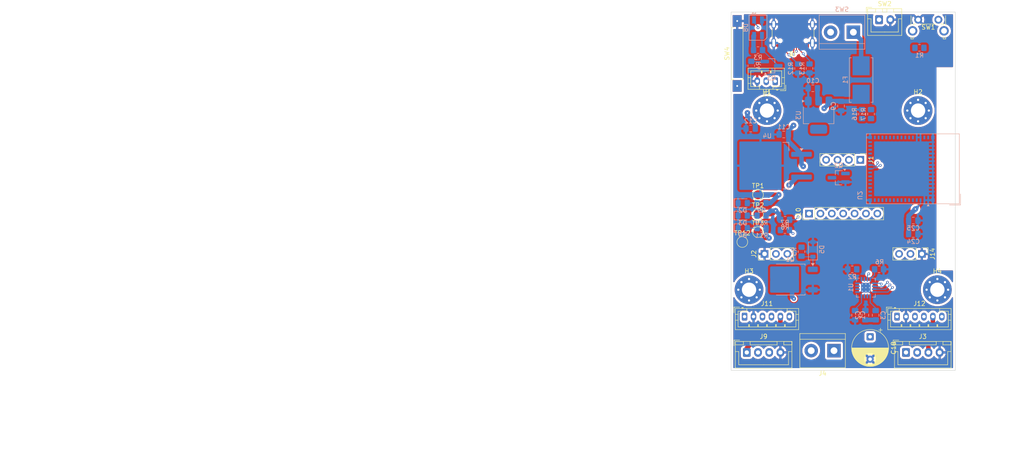
<source format=kicad_pcb>
(kicad_pcb (version 20241229) (generator "pcbnew") (generator_version "9.0")
  (layers (0 "F.Cu" signal) (4 "In1.Cu" signal) (6 "In2.Cu" signal) (2 "B.Cu" signal) (13 "F.Paste" user) (15 "B.Paste" user) (5 "F.SilkS" user "F.Silkscreen") (7 "B.SilkS" user "B.Silkscreen") (1 "F.Mask" user) (3 "B.Mask" user) (25 "Edge.Cuts" user))
  (net 0 "")
  (net 1 "I2C_scl")
  (net 2 "Net-(J1-Pin_1)")
  (net 3 "+3.3V")
  (net 4 "I2C_sda")
  (net 5 "EN_SCREEN")
  (net 6 "GND")
  (net 7 "tft_scl")
  (net 8 "Net-(D8-DOUT)")
  (net 9 "Net-(D8-DIN)")
  (net 10 "tft_dc")
  (net 11 "tft_cs")
  (net 12 "NEOPIXEL")
  (net 13 "tft_rst")
  (net 14 "sw_team")
  (net 15 "sw_tirette")
  (net 16 "motor_enable")
  (net 17 "motor_a+")
  (net 18 "motor_a-")
  (net 19 "motor_b-")
  (net 20 "SERVO1")
  (net 21 "+5V")
  (net 22 "RX_lidar")
  (net 23 "TX_lidar")
  (net 24 "SERVO2")
  (net 25 "+BATT")
  (net 26 "Net-(D2-A)")
  (net 27 "Net-(D3-A)")
  (net 28 "Net-(D4-A)")
  (net 29 "Net-(D5-K)")
  (net 30 "Net-(SW3-A)")
  (net 31 "Net-(J4-Pin_1)")
  (net 32 "Net-(J4-Pin_2)")
  (net 33 "LEVEL_BATTERY")
  (net 35 "Net-(U2-EN)")
  (net 42 "motor_b+")
  (net 44 "motor_a_sense")
  (net 74 "motor_b_sense")
  (net 75 "motor_fault")
  (net 76 "Net-(U1-VCP)")
  (net 77 "Net-(U1-VINT)")
  (net 78 "usb_d-")
  (net 79 "usb_d+")
  (net 80 "Net-(J8-VBUS-PadA4)")
  (net 81 "Net-(J11-Pin_1)")
  (net 82 "Net-(J11-Pin_6)")
  (net 83 "motor_enc_a-")
  (net 84 "motor_enc_a+")
  (net 85 "motor_enc_b-")
  (net 86 "Net-(J12-Pin_6)")
  (net 87 "motor_enc_b+")
  (net 88 "Net-(J12-Pin_1)")
  (net 89 "Net-(J8-CC2)")
  (net 90 "Net-(J8-CC1)")
  (footprint "MountingHole:MountingHole_3.2mm_M3_Pad_Via" (layer "F.Cu") (at 229.697056 48)
    (property "Reference" "H2")
    (property "Value" "MountingHole")
  )
  (footprint "TestPoint:TestPoint_Pad_D2.0mm" (layer "F.Cu") (at 194 66.796)
    (property "Reference" "TP1")
    (property "Value" "TestPoint")
  )
  (footprint "Connector_JST:JST_XH_B4B-XH-A_1x04_P2.50mm_Vertical" (layer "F.Cu") (at 191.5 102)
    (property "Reference" "J9")
    (property "Value" "Conn_01x04_Pin")
  )
  (footprint "Connector_JST:JST_PH_B3B-PH-K_1x03_P2.00mm_Vertical" (layer "F.Cu") (at 197.834 41.444 180)
    (property "Reference" "J7")
    (property "Value" "Conn_01x03_Pin")
  )
  (footprint "TerminalBlock:TerminalBlock_bornier-2_P5.08mm" (layer "F.Cu") (at 210.947 101.6 180)
    (property "Reference" "J4")
    (property "Value" "Conn_01x02_Pin")
  )
  (footprint "MountingHole:MountingHole_3.2mm_M3_Pad_Via" (layer "F.Cu") (at 234 88)
    (property "Reference" "H4")
    (property "Value" "MountingHole")
  )
  (footprint "Connector_JST:JST_PH_B6B-PH-K_1x06_P2.00mm_Vertical" (layer "F.Cu") (at 225 94)
    (property "Reference" "J12")
    (property "Value" "Conn_01x06")
  )
  (footprint "Connector_JST:JST_XH_B2B-XH-A_1x02_P2.50mm_Vertical" (layer "F.Cu") (at 221 27.7125)
    (property "Reference" "SW2")
    (property "Value" "SW_DIP_x01")
  )
  (footprint "Button_Switch_THT:SW_Tactile_SPST_Angled_PTS645Vx39-2LFS" (layer "F.Cu") (at 229.725 27.7125)
    (property "Reference" "SW1")
    (property "Value" "SW_Push")
  )
  (footprint "TestPoint:TestPoint_Pad_D2.0mm" (layer "F.Cu") (at 194 75.12)
    (property "Reference" "TP3")
    (property "Value" "TestPoint")
  )
  (footprint "Connector_PinHeader_2.54mm:PinHeader_1x04_P2.54mm_Vertical" (layer "F.Cu") (at 216.81 59 -90)
    (property "Reference" "J1")
    (property "Value" "Conn_01x04_Socket")
  )
  (footprint "Connector_USB:USB_C_Receptacle_GCT_USB4105-xx-A_16P_TopMnt_Horizontal" (layer "F.Cu") (at 201.82 29.8 180)
    (property "Reference" "J8")
    (property "Value" "USB_C_Receptacle_USB2.0_14P")
  )
  (footprint "TestPoint:TestPoint_Pad_D2.0mm" (layer "F.Cu") (at 194 71.12)
    (property "Reference" "TP2")
    (property "Value" "TestPoint")
  )
  (footprint "Connector_PinHeader_2.54mm:PinHeader_1x03_P2.54mm_Vertical" (layer "F.Cu") (at 230.54 80 -90)
    (property "Reference" "J14")
    (property "Value" "Conn_01x03_Pin")
  )
  (footprint "MountingHole:MountingHole_3.2mm_M3_Pad_Via" (layer "F.Cu") (at 196 48)
    (property "Reference" "H1")
    (property "Value" "MountingHole")
  )
  (footprint "Connector_PinHeader_2.54mm:PinHeader_1x07_P2.54mm_Vertical" (layer "F.Cu") (at 205.38 71 90)
    (property "Reference" "J10")
    (property "Value" "Conn_01x07_Socket")
  )
  (footprint "Connector_JST:JST_XH_B4B-XH-A_1x04_P2.50mm_Vertical" (layer "F.Cu") (at 227 102)
    (property "Reference" "J3")
    (property "Value" "Conn_01x04_Pin")
  )
  (footprint "CustomLibrary:SW_REED" (layer "F.Cu") (at 189.357 35.2645 -90)
    (property "Reference" "SW4")
    (property "Value" "SW_Reed")
  )
  (footprint "TestPoint:TestPoint_Pad_D2.0mm" (layer "F.Cu") (at 190.5 77.343)
    (property "Reference" "TP12")
    (property "Value" "TestPoint")
  )
  (footprint "Connector_PinHeader_2.54mm:PinHeader_1x03_P2.54mm_Vertical" (layer "F.Cu") (at 195.46 80 90)
    (property "Reference" "J2")
    (property "Value" "Conn_01x03_Pin")
  )
  (footprint "Capacitor_THT:CP_Radial_D8.0mm_P5.00mm" (layer "F.Cu") (at 219 98.5 -90)
    (property "Reference" "C18")
    (property "Value" "220u")
  )
  (footprint "MountingHole:MountingHole_3.2mm_M3_Pad_Via" (layer "F.Cu") (at 192 88)
    (property "Reference" "H3")
    (property "Value" "MountingHole")
  )
  (footprint "Connector_JST:JST_PH_B6B-PH-K_1x06_P2.00mm_Vertical" (layer "F.Cu") (at 191 94)
    (property "Reference" "J11")
    (property "Value" "Conn_01x06")
  )
  (footprint "Capacitor_SMD:C_0805_2012Metric_Pad1.18x1.45mm_HandSolder" (layer "B.Cu") (at 217.949 93.6875 -90)
    (property "Reference" "C2")
    (property "Value" "10u")
  )
  (footprint "CustomLibrary:SOT-23_Handsoldering_nchannel" (layer "B.Cu") (at 197 38)
    (property "Reference" "Q3")
    (property "Value" "NMOS")
  )
  (footprint "Resistor_SMD:R_0805_2012Metric_Pad1.20x1.40mm_HandSolder" (layer "B.Cu") (at 192.5 38 90)
    (property "Reference" "R4")
    (property "Value" "10k")
  )
  (footprint "Resistor_SMD:R_0805_2012Metric_Pad1.20x1.40mm_HandSolder" (layer "B.Cu") (at 219.202 48.784 -90)
    (property "Reference" "R17")
    (property "Value" "100k")
  )
  (footprint "Package_DFN_QFN:Texas_RTY_WQFN-16-1EP_4x4mm_P0.65mm_EP2.1x2.1mm_ThermalVias" (layer "B.Cu") (at 218.059 87.541 -90)
    (property "Reference" "U1")
    (property "Value" "DRV8833RTY")
  )
  (footprint "Capacitor_SMD:C_0805_2012Metric_Pad1.18x1.45mm_HandSolder" (layer "B.Cu") (at 199.7495 53.34 180)
    (property "Reference" "C11")
    (property "Value" "330n")
  )
  (footprint "Capacitor_SMD:C_0805_2012Metric_Pad1.18x1.45mm_HandSolder" (layer "B.Cu") (at 220.235 93.6875 90)
    (property "Reference" "C3")
    (property "Value" "10n")
  )
  (footprint "Resistor_SMD:R_0805_2012Metric_Pad1.20x1.40mm_HandSolder" (layer "B.Cu") (at 220.996 83.439 180)
    (property "Reference" "R6")
    (property "Value" "0.1")
  )
  (footprint "Capacitor_SMD:C_0805_2012Metric_Pad1.18x1.45mm_HandSolder" (layer "B.Cu") (at 212.518 46.9845 -90)
    (property "Reference" "C9")
    (property "Value" "100n")
  )
  (footprint "Diode_SMD:D_0805_2012Metric_Pad1.15x1.40mm_HandSolder" (layer "B.Cu") (at 190.589 74.24)
    (property "Reference" "D4")
    (property "Value" "LED")
  )
  (footprint "Resistor_SMD:R_0805_2012Metric_Pad1.20x1.40mm_HandSolder" (layer "B.Cu") (at 200.009 74.676 180)
    (property "Reference" "R7")
    (property "Value" "R")
  )
  (footprint "Resistor_SMD:R_0805_2012Metric_Pad1.20x1.40mm_HandSolder" (layer "B.Cu") (at 215.011 83.439)
    (property "Reference" "R2")
    (property "Value" "0.1")
  )
  (footprint "Resistor_SMD:R_0805_2012Metric_Pad1.20x1.40mm_HandSolder" (layer "B.Cu") (at 217.202 48.784 -90)
    (property "Reference" "R16")
    (property "Value" "56k")
  )
  (footprint "CustomLibrary:WSF22N06" (layer "B.Cu") (at 201.182 85.726 180)
    (property "Reference" "Q1")
    (property "Value" "NMOS")
  )
  (footprint "Resistor_SMD:R_0805_2012Metric_Pad1.20x1.40mm_HandSolder" (layer "B.Cu") (at 194 34.5)
    (property "Reference" "R3")
    (property "Value" "10k")
  )
  (footprint "Resistor_SMD:R_0805_2012Metric_Pad1.20x1.40mm_HandSolder" (layer "B.Cu") (at 194.802 74.24)
    (property "Reference" "R11")
    (property "Value" "330")
  )
  (footprint "LED_SMD:LED_SK6812MINI_PLCC4_3.5x3.5mm_P1.75mm" (layer "B.Cu") (at 194 29.5 -90)
    (property "Reference" "D8")
    (property "Value" "SK6812MINI")
  )
  (footprint "Fuse:Fuseholder_Littelfuse_Nano2_154x" (layer "B.Cu") (at 217 41.185 -90)
    (property "Reference" "F1")
    (property "Value" "Fuse")
  )
  (footprint "Resistor_SMD:R_0805_2012Metric_Pad1.20x1.40mm_HandSolder" (layer "B.Cu") (at 230 34)
    (property "Reference" "R1")
    (property "Value" "R")
  )
  (footprint "RF_Module:ESP32-S2-MINI-1" (layer "B.Cu") (at 228.55 61 90)
    (property "Reference" "U2")
    (property "Value" "ESP32-S3-MINI-1")
  )
  (footprint "CustomLibrary:SOT-23_Handsoldering_nchannel" (layer "B.Cu") (at 212 63 180)
    (property "Reference" "Q2")
    (property "Value" "NMOS")
  )
  (footprint "Capacitor_SMD:C_0805_2012Metric_Pad1.18x1.45mm_HandSolder" (layer "B.Cu") (at 192.3625 52.018 180)
    (property "Reference" "C12")
    (property "Value" "100n")
  )
  (footprint "Resistor_SMD:R_0805_2012Metric_Pad1.20x1.40mm_HandSolder" (layer "B.Cu") (at 202.946 38.608 -90)
    (property "Reference" "R12")
    (property "Value" "5.1k")
  )
  (footprint "Capacitor_SMD:C_0805_2012Metric_Pad1.18x1.45mm_HandSolder" (layer "B.Cu") (at 228.6215 75.565)
    (property "Reference" "C24")
    (property "Value" "4.7u")
  )
  (footprint "Package_TO_SOT_SMD:TO-263-2" (layer "B.Cu") (at 196.052 60.306 180)
    (property "Reference" "U4")
    (property "Value" "L7805")
  )
  (footprint "Resistor_SMD:R_0805_2012Metric_Pad1.20x1.40mm_HandSolder" (layer "B.Cu") (at 200.041 72.39)
    (property "Reference" "R8")
    (property "Value" "R")
  )
  (footprint "Capacitor_SMD:C_0805_2012Metric_Pad1.18x1.45mm_HandSolder" (layer "B.Cu") (at 228.6215 72.555)
    (property "Reference" "C25")
    (property "Value" "100n")
  )
  (footprint "Resistor_SMD:R_0805_2012Metric_Pad1.20x1.40mm_HandSolder" (layer "B.Cu") (at 205.486 38.592 -90)
    (property "Reference" "R13")
    (property "Value" "5.1k")
  )
  (footprint "Diode_SMD:D_0805_2012Metric_Pad1.15x1.40mm_HandSolder" (layer "B.Cu") (at 190.589 68.652)
    (property "Reference" "D2")
    (property "Value" "LED")
  )
  (footprint "Resistor_SMD:R_0805_2012Metric_Pad1.20x1.40mm_HandSolder" (layer "B.Cu") (at 194.786 71.446)
    (property "Reference" "R10")
    (property "Value" "150")
  )
  (footprint "Diode_SMD:D_0805_2012Metric_Pad1.15x1.40mm_HandSolder" (layer "B.Cu") (at 190.589 71.446)
    (property "Reference" "D3")
    (property "Value" "LED")
  )
  (footprint "Package_TO_SOT_SMD:SOT-223-3_TabPin2" (layer "B.Cu") (at 207.518 49.022 -90)
    (property "Reference" "U3")
    (property "Value" "LD1117S33TR_SOT223")
  )
  (footprint "Capacitor_SMD:C_0805_2012Metric_Pad1.18x1.45mm_HandSolder" (layer "B.Cu") (at 206.2265 43.022 180)
    (property "Reference" "C10")
    (property "Value" "10u")
  )
  (footprint "Resistor_SMD:R_0805_2012Metric_Pad1.20x1.40mm_HandSolder" (layer "B.Cu") (at 203.708 79.5 -90)
    (property "Reference" "R5")
    (property "Value" "56k")
  )
  (footprint "Resistor_SMD:R_0805_2012Metric_Pad1.20x1.40mm_HandSolder" (layer "B.Cu") (at 194.786 68.652)
    (property "Reference" "R9")
    (property "Value" "470")
  )
  (footprint "TerminalBlock:TerminalBlock_bornier-2_P5.08mm" (layer "B.Cu") (at 215.265 30.5 180)
    (property "Reference" "SW3")
    (property "Value" "SW_Push_Open")
  )
  (footprint "Capacitor_SMD:C_0805_2012Metric_Pad1.18x1.45mm_HandSolder" (layer "B.Cu") (at 215.663 93.6875 90)
    (property "Reference" "C1")
    (property "Value" "2.2u")
  )
  (footprint "Diode_SMD:D_SOD-123" (layer "B.Cu") (at 206.248 79 90)
    (property "Reference" "D5")
    (property "Value" "D_Zener")
  )
  (gr_rect (start 188 26) (end 238 106) (stroke (width 0.1)) (fill no) (layer "Edge.Cuts"))
  (via (at 201.803 75.438) (size 0.6) (drill 0.3) (layers "F.Cu" "B.Cu") (net 1))
  (segment (start 201.041 74.676) (end 201.803 75.438) (width 0.2) (layer "B.Cu") (net 1))
  (segment (start 201.009 74.676) (end 201.041 74.676) (width 0.2) (layer "B.Cu") (net 1))
  (segment (start 191.5 102) (end 191.5 101.025) (width 1) (layer "F.Cu") (net 3))
  (segment (start 194 71.12) (end 197.157 71.12) (width 1) (layer "F.Cu") (net 3))
  (segment (start 233 96.565) (end 232 97.565) (width 1) (layer "F.Cu") (net 3))
  (segment (start 199 95.259) (end 199 94) (width 1) (layer "F.Cu") (net 3))
  (segment (start 197.157 71.12) (end 197.919 70.358) (width 1) (layer "F.Cu") (net 3))
  (segment (start 195.58 98.679) (end 199 95.259) (width 1) (layer "F.Cu") (net 3))
  (segment (start 193.846 98.679) (end 195.58 98.679) (width 1) (layer "F.Cu") (net 3))
  (segment (start 232 97.565) (end 232 102) (width 1) (layer "F.Cu") (net 3))
  (segment (start 191.5 101.025) (end 193.846 98.679) (width 1) (layer "F.Cu") (net 3))
  (segment (start 233 94) (end 233 96.565) (width 1) (layer "F.Cu") (net 3))
  (via (at 229.108 69.977) (size 1.2) (drill 0.3) (layers "F.Cu" "B.Cu") (net 3))
  (via (at 197.919 70.358) (size 1.2) (drill 0.3) (layers "F.Cu" "B.Cu") (net 3))
  (segment (start 198.676 71.115) (end 197.919 70.358) (width 1) (layer "B.Cu") (net 3))
  (segment (start 227.584 72.555) (end 227.584 71.501) (width 1) (layer "B.Cu") (net 3))
  (segment (start 196.874 70.358) (end 195.786 71.446) (width 1) (layer "B.Cu") (net 3))
  (segment (start 227.584 71.501) (end 229.108 69.977) (width 1) (layer "B.Cu") (net 3))
  (segment (start 198.676 72.39) (end 198.676 71.115) (width 1) (layer "B.Cu") (net 3))
  (segment (start 197.919 70.358) (end 196.874 70.358) (width 1) (layer "B.Cu") (net 3))
  (segment (start 227.584 72.555) (end 227.584 75.565) (width 1) (layer "B.Cu") (net 3))
  (segment (start 207.264 43.022) (end 207.264 45.618) (width 1) (layer "B.Cu") (net 3))
  (segment (start 192.55 38.95) (end 192.5 39) (width 1) (layer "B.Cu") (net 3))
  (segment (start 230.25 68) (end 230.25 68.835) (width 0.2) (layer "B.Cu") (net 3))
  (segment (start 195.5 38.95) (end 192.55 38.95) (width 1) (layer "B.Cu") (net 3))
  (segment (start 207.264 45.618) (end 207.518 45.872) (width 1) (layer "B.Cu") (net 3))
  (segment (start 230.25 68.835) (end 229.108 69.977) (width 0.2) (layer "B.Cu") (net 3))
  (via (at 202.946 71.755) (size 0.6) (drill 0.3) (layers "F.Cu" "B.Cu") (net 4))
  (segment (start 202.311 72.39) (end 202.946 71.755) (width 0.2) (layer "B.Cu") (net 4))
  (segment (start 201.041 72.39) (end 202.311 72.39) (width 0.2) (layer "B.Cu") (net 4))
  (via (at 194 29.5) (size 0.6) (drill 0.3) (layers "F.Cu" "B.Cu") (net 8))
  (segment (start 193.125 28.375) (end 193.125 27.75) (width 0.2) (layer "B.Cu") (net 8))
  (segment (start 194 29.25) (end 193.125 28.375) (width 0.2) (layer "B.Cu") (net 8))
  (segment (start 194 29.5) (end 194 29.25) (width 0.2) (layer "B.Cu") (net 8))
  (segment (start 194.875 33.875) (end 194.875 31.25) (width 0.2) (layer "B.Cu") (net 9))
  (segment (start 195 34.5) (end 195 34) (width 0.2) (layer "B.Cu") (net 9))
  (segment (start 195 34) (end 194.875 33.875) (width 0.2) (layer "B.Cu") (net 9))
  (segment (start 195 34.5) (end 198.5 38) (width 0.2) (layer "B.Cu") (net 9))
  (segment (start 195.5 37.05) (end 192.55 37.05) (width 0.2) (layer "B.Cu") (net 12))
  (segment (start 192.55 37.05) (end 192.5 37) (width 0.2) (layer "B.Cu") (net 12))
  (via (at 223.976642 87.492112) (size 0.6) (drill 0.3) (layers "F.Cu" "B.Cu") (net 19))
  (segment (start 219.9215 88.516) (end 222.952754 88.516) (width 0.2) (layer "B.Cu") (net 19))
  (segment (start 222.952754 88.516) (end 223.976642 87.492112) (width 0.2) (layer "B.Cu") (net 19))
  (segment (start 195.334 76.454) (end 194 75.12) (width 1) (layer "F.Cu") (net 21))
  (segment (start 196.469 76.454) (end 195.334 76.454) (width 1) (layer "F.Cu") (net 21))
  (via (at 196.469 76.454) (size 1.2) (drill 0.3) (layers "F.Cu" "B.Cu") (net 21))
  (via (at 200.914 64.643) (size 1.2) (drill 0.3) (layers "F.Cu" "B.Cu") (net 21))
  (via (at 191.643 48.514) (size 1.2) (drill 0.3) (layers "F.Cu" "B.Cu") (net 21))
  (segment (start 203.702 62.846) (end 202.711 62.846) (width 1) (layer "B.Cu") (net 21))
  (segment (start 195.802 74.24) (end 195.802 75.787) (width 1) (layer "B.Cu") (net 21))
  (segment (start 195.802 75.787) (end 196.469 76.454) (width 1) (layer "B.Cu") (net 21))
  (segment (start 193 34.5) (end 193 31.375) (width 1) (layer "B.Cu") (net 21))
  (segment (start 193 31.375) (end 193.125 31.25) (width 1) (layer "B.Cu") (net 21))
  (segment (start 191.643 49.37198) (end 191.643 48.514) (width 1) (layer "B.Cu") (net 21))
  (segment (start 193.4 52.018) (end 193.4 51.12898) (width 1) (layer "B.Cu") (net 21))
  (segment (start 217.949 94.725) (end 220.235 94.725) (width 1) (layer "B.Cu") (net 21))
  (segment (start 202.711 62.846) (end 200.914 64.643) (width 1) (layer "B.Cu") (net 21))
  (segment (start 193.4 51.12898) (end 191.643 49.37198) (width 1) (layer "B.Cu") (net 21))
  (segment (start 196.215 66.802) (end 196.209 66.796) (width 1) (layer "F.Cu") (net 25))
  (segment (start 196.209 66.796) (end 194 66.796) (width 1) (layer "F.Cu") (net 25))
  (segment (start 198.628 66.802) (end 196.215 66.802) (width 1) (layer "F.Cu") (net 25))
  (via (at 208.747879 47.51394) (size 1.2) (drill 0.3) (layers "F.Cu" "B.Cu") (net 25))
  (via (at 198.628 66.802) (size 1.2) (drill 0.3) (layers "F.Cu" "B.Cu") (net 25))
  (via (at 204.089 60.452) (size 1.2) (drill 0.3) (layers "F.Cu" "B.Cu") (net 25))
  (via (at 201.93 51.308) (size 1.2) (drill 0.3) (layers "F.Cu" "B.Cu") (net 25))
  (segment (start 196.778 68.652) (end 195.786 68.652) (width 1) (layer "B.Cu") (net 25))
  (segment (start 209.818 45.872) (end 209.818 46.443819) (width 1) (layer "B.Cu") (net 25))
  (segment (start 200.787 52.451) (end 201.93 51.308) (width 1) (layer "B.Cu") (net 25))
  (segment (start 203.702 60.065) (end 204.089 60.452) (width 1) (layer "B.Cu") (net 25))
  (segment (start 212.443 45.872) (end 212.518 45.947) (width 1) (layer "B.Cu") (net 25))
  (segment (start 200.787 53.34) (end 200.787 52.451) (width 1) (layer "B.Cu") (net 25))
  (segment (start 209.818 45.872) (end 212.443 45.872) (width 1) (layer "B.Cu") (net 25))
  (segment (start 215.423 45.947) (end 217 44.37) (width 1) (layer "B.Cu") (net 25))
  (segment (start 203.702 57.766) (end 203.702 60.065) (width 1) (layer "B.Cu") (net 25))
  (segment (start 200.787 53.34) (end 200.787 54.851) (width 1) (layer "B.Cu") (net 25))
  (segment (start 209.818 46.443819) (end 208.747879 47.51394) (width 1) (layer "B.Cu") (net 25))
  (segment (start 198.628 66.802) (end 196.778 68.652) (width 1) (layer "B.Cu") (net 25))
  (segment (start 212.518 45.947) (end 215.423 45.947) (width 1) (layer "B.Cu") (net 25))
  (segment (start 200.787 54.851) (end 203.702 57.766) (width 1) (layer "B.Cu") (net 25))
  (segment (start 193.786 68.652) (end 191.614 68.652) (width 0.2) (layer "B.Cu") (net 26))
  (segment (start 193.786 71.446) (end 191.614 71.446) (width 0.2) (layer "B.Cu") (net 27))
  (segment (start 193.802 74.24) (end 191.614 74.24) (width 0.2) (layer "B.Cu") (net 28))
  (segment (start 206.248 83.42) (end 206.222 83.446) (width 0.2) (layer "B.Cu") (net 29))
  (segment (start 203.858 80.65) (end 203.708 80.5) (width 0.2) (layer "B.Cu") (net 29))
  (segment (start 206.248 80.65) (end 206.248 83.42) (width 0.2) (layer "B.Cu") (net 29))
  (segment (start 206.248 80.65) (end 203.858 80.65) (width 0.2) (layer "B.Cu") (net 29))
  (segment (start 217 32.235) (end 215.265 30.5) (width 1) (layer "B.Cu") (net 30))
  (segment (start 217 38) (end 217 32.235) (width 1) (layer "B.Cu") (net 30))
  (via (at 202 90) (size 0.6) (drill 0.3) (layers "F.Cu" "B.Cu") (net 32))
  (segment (start 201.597 89.597) (end 202 90) (width 1) (layer "B.Cu") (net 32))
  (segment (start 201.597 87.251) (end 201.597 89.597) (width 1) (layer "B.Cu") (net 32))
  (via (at 223.410954 86.926426) (size 0.6) (drill 0.3) (layers "F.Cu" "B.Cu") (net 42))
  (segment (start 223.410954 86.926426) (end 222.47138 87.866) (width 0.2) (layer "B.Cu") (net 42))
  (segment (start 222.47138 87.866) (end 219.9215 87.866) (width 0.2) (layer "B.Cu") (net 42))
  (segment (start 219.996 83.439) (end 219.996 84.7165) (width 0.2) (layer "B.Cu") (net 74))
  (segment (start 219.996 84.7165) (end 219.034 85.6785) (width 0.2) (layer "B.Cu") (net 74))
  (via (at 222.866599 86.340183) (size 0.6) (drill 0.3) (layers "F.Cu" "B.Cu") (net 75))
  (segment (start 220.0475 87.342) (end 219.9215 87.216) (width 0.2) (layer "B.Cu") (net 75))
  (segment (start 222.866599 86.378401) (end 221.903 87.342) (width 0.2) (layer "B.Cu") (net 75))
  (segment (start 221.903 87.342) (end 220.0475 87.342) (width 0.2) (layer "B.Cu") (net 75))
  (segment (start 222.866599 86.340183) (end 222.866599 86.378401) (width 0.2) (layer "B.Cu") (net 75))
  (segment (start 220.235 92.65) (end 220.235 92.092) (width 0.2) (layer "B.Cu") (net 76))
  (segment (start 219.034 90.891) (end 219.034 89.4035) (width 0.2) (layer "B.Cu") (net 76))
  (segment (start 220.235 92.092) (end 219.034 90.891) (width 0.2) (layer "B.Cu") (net 76))
  (segment (start 217.084 90.8895) (end 215.663 92.3105) (width 0.2) (layer "B.Cu") (net 77))
  (segment (start 217.084 89.4035) (end 217.084 90.8895) (width 0.2) (layer "B.Cu") (net 77))
  (segment (start 215.663 92.3105) (end 215.663 92.65) (width 0.2) (layer "B.Cu") (net 77))
  (segment (start 202.302824 32.604) (end 202.57 32.871176) (width 0.2) (layer "F.Cu") (net 78))
  (segment (start 202.57 33.48) (end 202.57 34.755139) (width 0.2) (layer "F.Cu") (net 78))
  (segment (start 201.837176 32.604) (end 202.302824 32.604) (width 0.2) (layer "F.Cu") (net 78))
  (segment (start 202.57 32.871176) (end 202.57 33.48) (width 0.2) (layer "F.Cu") (net 78))
  (segment (start 201.57 33.48) (end 201.57 32.871176) (width 0.2) (layer "F.Cu") (net 78))
  (segment (start 202.57 34.755139) (end 202.557411 34.767728) (width 0.2) (layer "F.Cu") (net 78))
  (segment (start 201.57 32.871176) (end 201.837176 32.604) (width 0.2) (layer "F.Cu") (net 78))
  (via (at 221.280521 60.244521) (size 0.6) (drill 0.3) (layers "F.Cu" "B.Cu") (net 78))
  (via (at 202.557411 34.767728) (size 0.6) (drill 0.3) (layers "F.Cu" "B.Cu") (net 78))
  (segment (start 219.800001 60.8) (end 220.442199 60.8) (width 0.2) (layer "B.Cu") (net 78))
  (segment (start 220.442199 60.8) (end 220.997678 60.244521) (width 0.2) (layer "B.Cu") (net 78))
  (segment (start 219.600001 61) (end 219.800001 60.8) (width 0.2) (layer "B.Cu") (net 78))
  (segment (start 220.997678 60.244521) (end 221.280521 60.244521) (width 0.2) (layer "B.Cu") (net 78))
  (segment (start 219 61) (end 219.600001 61) (width 0.2) (layer "B.Cu") (net 78))
  (segment (start 202.07 34.405196) (end 201.956369 34.518827) (width 0.2) (layer "F.Cu") (net 79))
  (segment (start 202.07 33.48) (end 202.07 34.405196) (width 0.2) (layer "F.Cu") (net 79))
  (segment (start 201.956369 34.518827) (end 201.956369 35.36877) (width 0.2) (layer "F.Cu") (net 79))
  (segment (start 201.500003 34.518827) (end 201.956369 34.518827) (width 0.2) (layer "F.Cu") (net 79))
  (segment (start 201.07 33.48) (end 201.07 34.088824) (width 0.2) (layer "F.Cu") (net 79))
  (segment (start 201.07 34.088824) (end 201.500003 34.518827) (width 0.2) (layer "F.Cu") (net 79))
  (via (at 201.956369 35.36877) (size 0.6) (drill 0.3) (layers "F.Cu" "B.Cu") (net 79))
  (via (at 220.679479 59.643479) (size 0.6) (drill 0.3) (layers "F.Cu" "B.Cu") (net 79))
  (segment (start 220.679479 59.926322) (end 220.679479 59.643479) (width 0.2) (layer "B.Cu") (net 79))
  (segment (start 219.600001 60.15) (end 219.800001 60.35) (width 0.2) (layer "B.Cu") (net 79))
  (segment (start 220.255801 60.35) (end 220.679479 59.926322) (width 0.2) (layer "B.Cu") (net 79))
  (segment (start 219.800001 60.35) (end 220.255801 60.35) (width 0.2) (layer "B.Cu") (net 79))
  (segment (start 219 60.15) (end 219.600001 60.15) (width 0.2) (layer "B.Cu") (net 79))
  (segment (start 199.42 33.48) (end 199.42 32.905001) (width 0.2) (layer "F.Cu") (net 80))
  (segment (start 200.122001 32.203) (end 203.517999 32.203) (width 0.2) (layer "F.Cu") (net 80))
  (segment (start 204.22 32.905001) (end 204.22 33.48) (width 0.2) (layer "F.Cu") (net 80))
  (segment (start 199.42 32.905001) (end 200.122001 32.203) (width 0.2) (layer "F.Cu") (net 80))
  (segment (start 203.517999 32.203) (end 204.22 32.905001) (width 0.2) (layer "F.Cu") (net 80))
  (via (at 218.694 84.455) (size 0.6) (drill 0.3) (layers "F.Cu" "B.Cu") (net 86))
  (segment (start 218.384 85.6785) (end 218.384 84.765) (width 0.2) (layer "B.Cu") (net 86))
  (segment (start 218.384 84.765) (end 218.694 84.455) (width 0.2) (layer "B.Cu") (net 86))
  (via (at 221.488 86.741) (size 0.6) (drill 0.3) (layers "F.Cu" "B.Cu") (net 88))
  (segment (start 219.9215 86.566) (end 221.313 86.566) (width 0.2) (layer "B.Cu") (net 88))
  (segment (start 221.313 86.566) (end 221.488 86.741) (width 0.2) (layer "B.Cu") (net 88))
  (segment (start 200.07 34.716) (end 200.07 33.48) (width 0.2) (layer "F.Cu") (net 89))
  (segment (start 200.914 35.56) (end 200.07 34.716) (width 0.2) (layer "F.Cu") (net 89))
  (via (at 200.914 35.56) (size 0.6) (drill 0.3) (layers "F.Cu" "B.Cu") (net 89))
  (segment (start 201.406 36.068) (end 202.946 37.608) (width 0.2) (layer "B.Cu") (net 89))
  (segment (start 202.946 37.608) (end 202.93 37.624) (width 0.2) (layer "B.Cu") (net 89))
  (segment (start 200.914 35.56) (end 201.406 36.052) (width 0.2) (layer "B.Cu") (net 89))
  (segment (start 201.406 36.052) (end 201.406 36.068) (width 0.2) (layer "B.Cu") (net 89))
  (segment (start 203.07 34.287) (end 203.07 33.48) (width 0.2) (layer "F.Cu") (net 90))
  (segment (start 204.089 35.306) (end 203.07 34.287) (width 0.2) (layer "F.Cu") (net 90))
  (via (at 204.089 35.306) (size 0.6) (drill 0.3) (layers "F.Cu" "B.Cu") (net 90))
  (segment (start 204.089 35.306) (end 204.089 35.433) (width 0.2) (layer "B.Cu") (net 90))
  (segment (start 204.089 35.433) (end 205.486 36.83) (width 0.2) (layer "B.Cu") (net 90))
  (segment (start 205.486 36.83) (end 205.486 37.497) (width 0.2) (layer "B.Cu") (net 90))
  (zone (net 6) (net_name "GND") (layers "F.Cu" "B.Cu") (connect_pads (clearance 0.5)) (min_thickness 0.25) (fill yes (thermal_gap 0.5) (thermal_bridge_width 0.5))
    (polygon (pts (xy 188 26) (xy 238 26) (xy 238 106) (xy 188 106)))
  )
)
</source>
